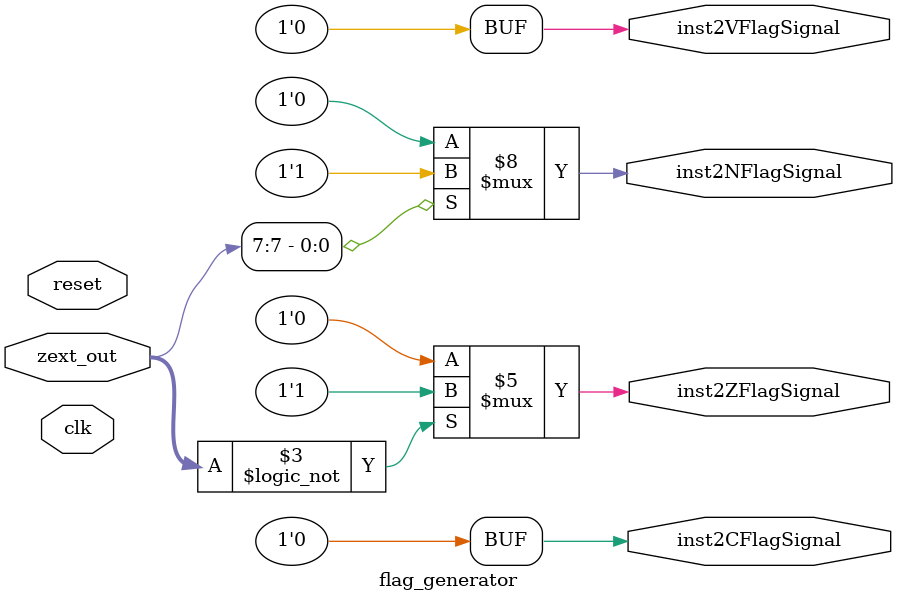
<source format=v>
module flag_generator(input clk, input reset, input [7:0] zext_out,
                      output reg inst2NFlagSignal, output reg inst2ZFlagSignal, output reg inst2CFlagSignal, output reg inst2VFlagSignal);
  always @ (clk, reset, zext_out)
  begin
    inst2NFlagSignal = 1'b0;
    inst2ZFlagSignal = 1'b0;
    inst2CFlagSignal = 1'b0;
    inst2VFlagSignal = 1'b0;
    
    if(zext_out[7]==1'b1)
      inst2NFlagSignal = 1'b1;
    if(zext_out == 8'd0)
      inst2ZFlagSignal = 1'b1;
  end
endmodule
</source>
